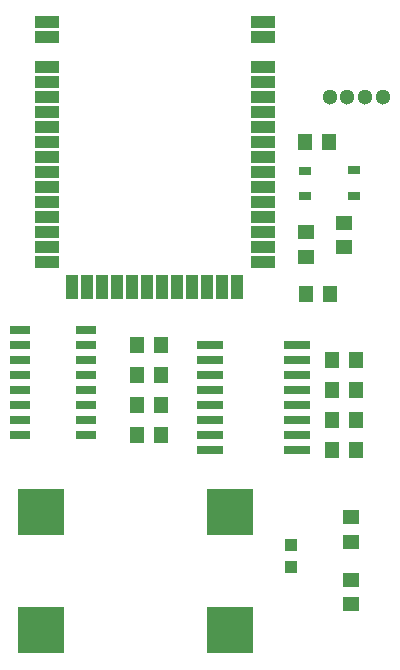
<source format=gtp>
G04 Layer: TopPasteMaskLayer*
G04 EasyEDA v6.2.43, 2019-09-06T10:08:58+02:00*
G04 e2e4465fc3ca44109e84c49d15151505,91cc4837159741479c5be70faa949f3f,10*
G04 Gerber Generator version 0.2*
G04 Scale: 100 percent, Rotated: No, Reflected: No *
G04 Dimensions in millimeters *
G04 leading zeros omitted , absolute positions ,3 integer and 3 decimal *
%FSLAX33Y33*%
%MOMM*%
G90*
G71D02*

%ADD14R,1.160018X1.469898*%
%ADD15R,2.199640X0.701040*%
%ADD16R,1.469898X1.160018*%
%ADD17R,1.050011X0.650011*%
%ADD18R,3.999992X3.999992*%
%ADD19R,1.399540X1.300480*%
%ADD20R,1.999996X0.999998*%
%ADD21R,0.999998X1.999996*%
%ADD22C,1.299997*%
%ADD23R,1.750060X0.650240*%
%ADD24R,1.099998X0.999998*%

%LPD*%
G54D14*
G01X21976Y19685D03*
G01X19944Y19685D03*
G54D15*
G01X33533Y18415D03*
G01X33533Y19685D03*
G01X33533Y20955D03*
G01X33533Y22225D03*
G01X33533Y23495D03*
G01X33533Y24765D03*
G01X33533Y26035D03*
G01X33533Y27305D03*
G01X26134Y27305D03*
G01X26134Y26035D03*
G01X26134Y24765D03*
G01X26134Y23495D03*
G01X26134Y22225D03*
G01X26134Y20955D03*
G01X26134Y19685D03*
G01X26134Y18415D03*
G54D14*
G01X21976Y22225D03*
G01X19944Y22225D03*
G01X21976Y24765D03*
G01X19944Y24765D03*
G01X21976Y27305D03*
G01X19944Y27305D03*
G01X38480Y18415D03*
G01X36448Y18415D03*
G01X38481Y20955D03*
G01X36449Y20955D03*
G01X38481Y23495D03*
G01X36449Y23495D03*
G01X38481Y26035D03*
G01X36449Y26035D03*
G54D16*
G01X37465Y37591D03*
G01X37465Y35559D03*
G54D14*
G01X36195Y44450D03*
G01X34163Y44450D03*
G54D17*
G01X38311Y42045D03*
G01X34163Y42036D03*
G01X38311Y39879D03*
G01X34156Y39886D03*
G54D18*
G01X11794Y13097D03*
G01X11794Y3097D03*
G01X27794Y13097D03*
G01X27794Y3097D03*
G54D19*
G01X38098Y12717D03*
G01X38098Y10617D03*
G54D16*
G01X38100Y5334D03*
G01X38100Y7366D03*
G54D19*
G01X34290Y36830D03*
G01X34290Y34729D03*
G54D14*
G01X36322Y31622D03*
G01X34290Y31622D03*
G54D20*
G01X12319Y35560D03*
G01X12319Y36830D03*
G01X12319Y38100D03*
G01X12319Y39370D03*
G01X12319Y40640D03*
G01X12319Y41910D03*
G01X12319Y43180D03*
G01X12319Y44450D03*
G01X12319Y45720D03*
G01X12319Y46990D03*
G01X12319Y48260D03*
G01X12319Y49530D03*
G01X12319Y50800D03*
G01X12319Y34290D03*
G01X12319Y53340D03*
G01X12319Y54610D03*
G01X30607Y35560D03*
G01X30607Y36830D03*
G01X30607Y38100D03*
G01X30607Y39370D03*
G01X30607Y40640D03*
G01X30607Y41910D03*
G01X30607Y43180D03*
G01X30607Y44450D03*
G01X30607Y45720D03*
G01X30607Y46990D03*
G01X30607Y48260D03*
G01X30607Y49530D03*
G01X30607Y50800D03*
G01X30607Y34290D03*
G01X30607Y53340D03*
G01X30607Y54610D03*
G54D21*
G01X14478Y32133D03*
G01X15735Y32133D03*
G01X17005Y32133D03*
G01X18275Y32133D03*
G01X19545Y32133D03*
G01X20815Y32133D03*
G01X22085Y32133D03*
G01X23355Y32133D03*
G01X24625Y32133D03*
G01X25895Y32133D03*
G01X27165Y32133D03*
G01X28435Y32133D03*
G54D22*
G01X40743Y48260D03*
G01X39243Y48260D03*
G01X37743Y48260D03*
G01X36243Y48260D03*
G54D23*
G01X10027Y28575D03*
G01X10027Y27305D03*
G01X10027Y26035D03*
G01X10027Y24765D03*
G01X10027Y23495D03*
G01X10027Y22225D03*
G01X10027Y20955D03*
G01X10027Y19685D03*
G01X15626Y19685D03*
G01X15626Y20955D03*
G01X15626Y22225D03*
G01X15626Y23495D03*
G01X15626Y24765D03*
G01X15626Y26035D03*
G01X15626Y27305D03*
G01X15626Y28575D03*
G54D24*
G01X33020Y8509D03*
G01X33020Y10309D03*
M00*
M02*

</source>
